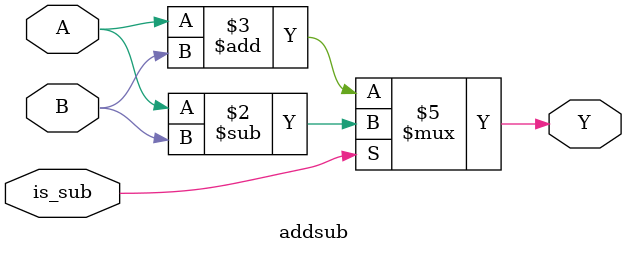
<source format=v>
module addsub(A, B, is_sub, Y);
input signed A, B, is_sub;
output reg Y;
			  
always @*
begin
  if ( is_sub )
	Y = A - B;
  else
    Y = A + B;
end

endmodule

//module soma(input signed [31:0] A, input [31:0] B, output [31:0] sum);

</source>
